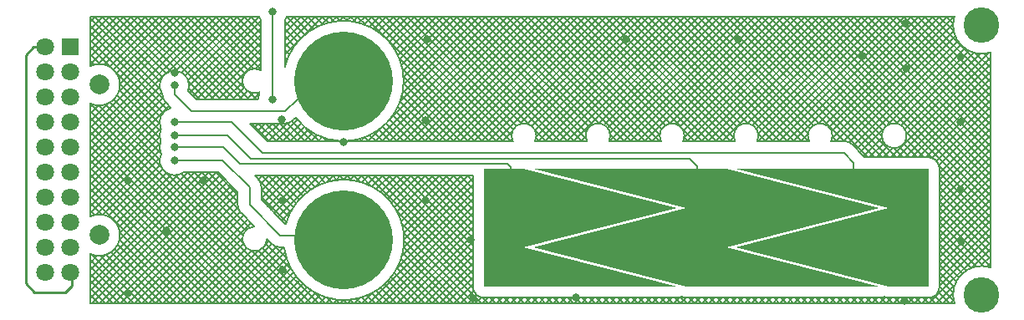
<source format=gtl>
G04 Layer_Physical_Order=1*
G04 Layer_Color=255*
%FSLAX43Y43*%
%MOMM*%
G71*
G01*
G75*
%ADD10C,0.203*%
%ADD11C,10.000*%
%ADD12O,0.950X1.000*%
%ADD13C,0.200*%
%ADD14C,0.254*%
%ADD15C,3.600*%
%ADD16C,2.000*%
%ADD17C,1.800*%
%ADD18R,1.800X1.800*%
%ADD19C,0.800*%
G36*
X92251Y3138D02*
X88391Y3138D01*
X88251Y3138D01*
X72710Y7138D01*
X88251Y11138D01*
X72710Y15138D01*
X92251D01*
Y3138D01*
D02*
G37*
G36*
X66793Y11138D02*
X51251Y7138D01*
X66793Y3138D01*
X47251D01*
X47251Y15138D01*
X51112Y15138D01*
X51251D01*
X66793Y11138D01*
D02*
G37*
G36*
X87293D02*
X71752Y7138D01*
X87293Y3138D01*
X71751D01*
Y3138D01*
X67752D01*
Y11138D01*
X67751Y3515D01*
Y3138D01*
X52209Y7138D01*
X67751Y11138D01*
X52209Y15138D01*
X71752D01*
Y13808D01*
X71752Y14761D01*
Y15138D01*
X87293Y11138D01*
D02*
G37*
D10*
X94891Y30548D02*
G03*
X98548Y26891I2759J-898D01*
G01*
X82407Y17902D02*
G03*
X82537Y18457I-1122J555D01*
G01*
D02*
G03*
X80163Y17902I-1252J0D01*
G01*
X84558Y17550D02*
G03*
X83708Y17902I-850J-850D01*
G01*
X84558Y17550D02*
G03*
X83708Y17902I-850J-850D01*
G01*
X90037Y18457D02*
G03*
X90037Y18457I-1252J0D01*
G01*
X85768Y16249D02*
G03*
X85539Y16568I-1078J-531D01*
G01*
X85768Y16249D02*
G03*
X85539Y16568I-1078J-531D01*
G01*
X74907Y17902D02*
G03*
X75037Y18457I-1122J555D01*
G01*
X67407Y17902D02*
G03*
X67537Y18457I-1122J555D01*
G01*
X75037D02*
G03*
X72663Y17902I-1252J0D01*
G01*
X67537Y18457D02*
G03*
X65163Y17902I-1252J0D01*
G01*
X60037Y18457D02*
G03*
X57663Y17902I-1252J0D01*
G01*
X59907D02*
G03*
X60037Y18457I-1122J555D01*
G01*
X52407Y17902D02*
G03*
X52537Y18457I-1122J555D01*
G01*
D02*
G03*
X50163Y17902I-1252J0D01*
G01*
X98548Y5109D02*
G03*
X94891Y1452I-898J-2759D01*
G01*
X27059Y30138D02*
G03*
X27276Y30548I-1202J901D01*
G01*
X39102Y24000D02*
G03*
X27059Y25390I-6102J0D01*
G01*
X33198Y17902D02*
G03*
X39102Y24000I-198J6098D01*
G01*
X28169Y20272D02*
G03*
X32802Y17902I4831J3728D01*
G01*
X27102Y19703D02*
G03*
X27951Y20055I0J1202D01*
G01*
X27102Y19703D02*
G03*
X27951Y20055I0J1202D01*
G01*
X24438Y30548D02*
G03*
X24656Y30138I1419J490D01*
G01*
X24502Y22853D02*
G03*
X24331Y22106I1330J-697D01*
G01*
X24656Y25066D02*
G03*
X24502Y22853I-656J-1066D01*
G01*
X17255Y22943D02*
G03*
X17381Y23544I-1376J601D01*
G01*
X10366Y23618D02*
G03*
X7350Y25511I-2102J0D01*
G01*
X17381Y23544D02*
G03*
X14677Y22643I-1502J0D01*
G01*
Y22619D02*
G03*
X15029Y21770I1202J0D01*
G01*
X14677Y22619D02*
G03*
X15029Y21770I1202J0D01*
G01*
X10366Y23618D02*
G03*
X7350Y25511I-2102J0D01*
G01*
Y21726D02*
G03*
X10366Y23618I914J1892D01*
G01*
X7350Y21726D02*
G03*
X10366Y23618I914J1892D01*
G01*
X14524Y19162D02*
G03*
X14507Y17905I1355J-648D01*
G01*
D02*
G03*
X14547Y16602I1372J-610D01*
G01*
X15529Y21270D02*
G03*
X14524Y19162I350J-1460D01*
G01*
X39152Y7900D02*
G03*
X27176Y9552I-6102J0D01*
G01*
X26995Y7148D02*
G03*
X39152Y7900I6055J752D01*
G01*
X24697Y13231D02*
G03*
X24345Y14081I-1202J0D01*
G01*
X24697Y13231D02*
G03*
X24345Y14081I-1202J0D01*
G01*
X14547Y16602D02*
G03*
X16801Y14750I1353J-651D01*
G01*
X25725Y7500D02*
G03*
X26575Y7148I850J850D01*
G01*
X25725Y7500D02*
G03*
X26575Y7148I850J850D01*
G01*
X22294Y11429D02*
G03*
X22646Y10580I1202J0D01*
G01*
X22294Y11429D02*
G03*
X22646Y10580I1202J0D01*
G01*
X23974Y9251D02*
G03*
X25251Y7974I26J-1251D01*
G01*
X10366Y8378D02*
G03*
X7350Y10271I-2102J0D01*
G01*
Y6486D02*
G03*
X10366Y8378I914J1892D01*
G01*
D02*
G03*
X7350Y10271I-2102J0D01*
G01*
Y6486D02*
G03*
X10366Y8378I914J1892D01*
G01*
X92599Y30548D02*
X98548Y24599D01*
X89725Y30548D02*
X98548Y21725D01*
X87570Y30548D02*
X98548Y19570D01*
X91881Y30548D02*
X98548Y23881D01*
X91162Y30548D02*
X98548Y23162D01*
X90444Y30548D02*
X98548Y22444D01*
X94036Y30548D02*
X94754Y29830D01*
X93317Y30548D02*
X94810Y29056D01*
X81100Y19695D02*
X91954Y30548D01*
X81745Y19621D02*
X92672Y30548D01*
X94754D02*
X94859Y30444D01*
X89007Y30548D02*
X98548Y21007D01*
X88288Y30548D02*
X98548Y20288D01*
X86852Y30548D02*
X98548Y18852D01*
X86133Y30548D02*
X98548Y18133D01*
X83260Y30548D02*
X98548Y15260D01*
X80386Y30548D02*
X98548Y12386D01*
X85415Y30548D02*
X98548Y17415D01*
X84696Y30548D02*
X98548Y16696D01*
X83978Y30548D02*
X98548Y15978D01*
X82457Y18896D02*
X94109Y30548D01*
X82517Y18238D02*
X94828Y30548D01*
X82177Y19335D02*
X93391Y30548D01*
X81823D02*
X98548Y13823D01*
X82541Y30548D02*
X98548Y14541D01*
X81104Y30548D02*
X98548Y13104D01*
X79667Y30548D02*
X98548Y11667D01*
X76794Y30548D02*
X87951Y19391D01*
X75715Y17902D02*
X88362Y30548D01*
X75022Y18646D02*
X86925Y30548D01*
X75357D02*
X87537Y18369D01*
X78231Y30548D02*
X89115Y19664D01*
X77512Y30548D02*
X88410Y19651D01*
X76433Y17902D02*
X89080Y30548D01*
X70328D02*
X81173Y19704D01*
X69610Y30548D02*
X80633Y19525D01*
X68891Y30548D02*
X80262Y19178D01*
X67812Y17902D02*
X80459Y30548D01*
X74454Y19515D02*
X85488Y30548D01*
X74820Y19161D02*
X86207Y30548D01*
X73922Y19701D02*
X84770Y30548D01*
X74997Y17902D02*
X87643Y30548D01*
X74638D02*
X88938Y16249D01*
X73202Y30548D02*
X87501Y16249D01*
X73920Y30548D02*
X88219Y16249D01*
X77870Y17902D02*
X90517Y30548D01*
X78589Y17902D02*
X91236Y30548D01*
X77152Y17902D02*
X89799Y30548D01*
X69968Y17902D02*
X82614Y30548D01*
X71046D02*
X83693Y17902D01*
X68531D02*
X81178Y30548D01*
X69249Y17902D02*
X81896Y30548D01*
X71765D02*
X86064Y16249D01*
X72483Y30548D02*
X86783Y16249D01*
X71405Y17902D02*
X84051Y30548D01*
X98444Y26859D02*
X98548Y26754D01*
X97830Y26754D02*
X98548Y26036D01*
X97056Y26810D02*
X98548Y25317D01*
X89868Y16249D02*
X98548Y24930D01*
X91305Y16249D02*
X98548Y23493D01*
X92023Y16249D02*
X98548Y22774D01*
X90586Y16249D02*
X98548Y24211D01*
X90032Y18568D02*
X98281Y26818D01*
X89979Y18082D02*
X91811Y16249D01*
X89506Y19480D02*
X96879Y26853D01*
X89854Y19109D02*
X97497Y26752D01*
X89719Y17623D02*
X91093Y16249D01*
X92251D02*
X92539Y16211D01*
X89305Y17319D02*
X90375Y16249D01*
X93328Y15399D02*
X98548Y20619D01*
X93363Y14715D02*
X98548Y19901D01*
X92655Y16163D02*
X98548Y22056D01*
X93079Y15869D02*
X98548Y21338D01*
X93363Y12560D02*
X98548Y17745D01*
X93363Y11841D02*
X98548Y17027D01*
X93363Y13278D02*
X98548Y18464D01*
X92807Y16100D02*
X93037Y15924D01*
X93363Y13997D02*
X98548Y19182D01*
X89992Y18787D02*
X92588Y16191D01*
X92539Y16211D02*
X92807Y16100D01*
X93214Y15694D02*
X93325Y15426D01*
X93363Y15138D01*
X93037Y15924D02*
X93214Y15694D01*
X83618Y17902D02*
X94803Y29087D01*
X84221Y17787D02*
X94971Y28536D01*
X76075Y30548D02*
X87647Y18977D01*
X82899Y17902D02*
X94750Y29753D01*
X88998Y19690D02*
X96359Y27051D01*
X88083Y19493D02*
X95914Y27325D01*
X84630Y17477D02*
X95219Y28066D01*
X82532Y18345D02*
X82975Y17902D01*
X70686D02*
X83333Y30548D01*
X82407Y17902D02*
X83708D01*
X88431Y16249D02*
X98548Y26367D01*
X89149Y16249D02*
X98548Y25648D01*
X84989Y17118D02*
X95535Y27664D01*
X87713Y16249D02*
X88674Y17210D01*
X88697Y17209D02*
X89656Y16249D01*
X85768D02*
X92251D01*
X85691Y16383D02*
X87552Y18244D01*
X86276Y16249D02*
X87762Y17736D01*
X85349Y16759D02*
X87749Y19159D01*
X84558Y17550D02*
X85539Y16568D01*
X86994Y16249D02*
X88133Y17388D01*
X65993Y19674D02*
X76867Y30548D01*
X66681Y19644D02*
X77586Y30548D01*
X63144D02*
X74003Y19690D01*
X62425Y30548D02*
X73345Y19629D01*
X67432Y18958D02*
X79022Y30548D01*
X67531Y18339D02*
X79741Y30548D01*
X67133Y19378D02*
X78304Y30548D01*
X59783Y19212D02*
X71120Y30548D01*
X60009Y18719D02*
X71838Y30548D01*
X58842Y19707D02*
X69683Y30548D01*
X59400Y19547D02*
X70401Y30548D01*
X61707D02*
X72907Y19349D01*
X60989Y30548D02*
X72621Y18916D01*
X60270Y30548D02*
X72547Y18271D01*
X63862Y30548D02*
X76509Y17902D01*
X64581Y30548D02*
X77228Y17902D01*
X62783D02*
X75430Y30548D01*
X63502Y17902D02*
X76149Y30548D01*
X66018D02*
X78664Y17902D01*
X66736Y30548D02*
X79383Y17902D01*
X65299Y30548D02*
X77946Y17902D01*
X59552Y30548D02*
X72199Y17902D01*
X59910D02*
X72557Y30548D01*
X58115D02*
X70762Y17902D01*
X58833Y30548D02*
X71480Y17902D01*
X61347D02*
X73993Y30548D01*
X62065Y17902D02*
X74712Y30548D01*
X60628Y17902D02*
X73275Y30548D01*
X55241D02*
X66095Y19694D01*
X54523Y30548D02*
X65580Y19491D01*
X53804Y30548D02*
X65227Y19126D01*
X53086Y30548D02*
X65041Y18593D01*
X55960Y30548D02*
X67108Y19400D01*
X54881Y17902D02*
X67528Y30548D01*
X54162Y17902D02*
X66809Y30548D01*
X45902D02*
X57598Y18853D01*
X45183Y30548D02*
X57568Y18163D01*
X42668Y17902D02*
X55314Y30548D01*
X43028D02*
X55675Y17902D01*
X52404Y19017D02*
X63936Y30548D01*
X52536Y18431D02*
X64654Y30548D01*
X52087Y19418D02*
X63217Y30548D01*
X53444Y17902D02*
X66091Y30548D01*
X55599Y17902D02*
X68246Y30548D01*
X52368D02*
X65014Y17902D01*
X52726D02*
X65372Y30548D01*
X56678D02*
X69325Y17902D01*
X57396Y30548D02*
X70043Y17902D01*
X56318D02*
X68964Y30548D01*
X43746D02*
X56393Y17902D01*
X44104D02*
X56751Y30548D01*
X42310D02*
X54956Y17902D01*
X43386D02*
X56033Y30548D01*
X50931D02*
X63577Y17902D01*
X51649Y30548D02*
X64296Y17902D01*
X44823D02*
X57470Y30548D01*
X75018Y18675D02*
X75791Y17902D01*
X79307D02*
X80047Y18642D01*
X68173Y30548D02*
X80052Y18670D01*
X67454Y30548D02*
X80101Y17902D01*
X80026D02*
X80121Y17997D01*
X74907Y17902D02*
X80163D01*
X51615Y19664D02*
X62499Y30548D01*
X50869Y19638D02*
X61780Y30548D01*
X67522Y18267D02*
X67888Y17902D01*
X72123D02*
X72541Y18320D01*
X67407Y17902D02*
X72663D01*
X67228Y19280D02*
X68606Y17902D01*
X60031Y18574D02*
X60704Y17902D01*
X64220D02*
X65068Y18749D01*
X64939Y17902D02*
X65098Y18061D01*
X74957Y18017D02*
X75072Y17902D01*
X59907D02*
X65163D01*
X52405Y19017D02*
X53520Y17902D01*
X52509Y18194D02*
X52801Y17902D01*
X57036D02*
X57535Y18400D01*
X52407Y17902D02*
X57663D01*
X48057Y30548D02*
X58902Y19703D01*
X47697Y17902D02*
X60343Y30548D01*
X47339D02*
X58283Y19604D01*
X46978Y17902D02*
X59625Y30548D01*
X48775D02*
X61422Y17902D01*
X50212Y30548D02*
X62859Y17902D01*
X48415D02*
X61062Y30548D01*
X40873D02*
X51845Y19576D01*
X46620Y30548D02*
X57864Y19305D01*
X40154Y30548D02*
X51022Y19681D01*
X39436Y30548D02*
X50530Y19455D01*
X49852Y17902D02*
X50078Y18127D01*
X49133Y17902D02*
X50104Y18873D01*
X41949Y17902D02*
X54596Y30548D01*
X44465D02*
X57112Y17902D01*
X41231D02*
X53878Y30548D01*
X41591D02*
X54238Y17902D01*
X46260D02*
X58907Y30548D01*
X49494D02*
X62141Y17902D01*
X45541D02*
X58188Y30548D01*
X40512Y17902D02*
X53159Y30548D01*
X43373Y14398D02*
X46140Y11631D01*
X39794Y17902D02*
X52441Y30548D01*
X45528Y14398D02*
X46140Y13786D01*
X44810Y14398D02*
X46140Y13068D01*
X44091Y14398D02*
X46140Y12349D01*
X93363Y6812D02*
X98548Y11998D01*
X93363Y11824D02*
X98548Y6638D01*
X93363Y13261D02*
X98548Y8075D01*
X93363Y12543D02*
X98548Y7357D01*
X93363Y11106D02*
X98548Y5920D01*
X93363Y5375D02*
X98548Y10561D01*
X93363Y6094D02*
X98548Y11280D01*
X93363Y9686D02*
X98548Y14872D01*
X93363Y14698D02*
X98548Y9512D01*
X93363Y11123D02*
X98548Y16309D01*
X93363Y10404D02*
X98548Y15590D01*
X93363Y13980D02*
X98548Y8794D01*
X93363Y8249D02*
X98548Y13435D01*
X93363Y8968D02*
X98548Y14153D01*
X93363Y10387D02*
X98548Y5202D01*
Y5109D02*
Y26891D01*
X93363Y4657D02*
X98548Y9843D01*
X93363Y3220D02*
X98548Y8406D01*
X97547Y5250D02*
X98548Y6251D01*
X98213Y5197D02*
X98548Y5532D01*
X96655Y5076D02*
X98548Y6969D01*
X93363Y8951D02*
X97112Y5201D01*
X93363Y3939D02*
X98548Y9124D01*
X93363Y9669D02*
X97783Y5249D01*
X93363Y3138D02*
Y15138D01*
X93749Y1452D02*
X94750Y2453D01*
X93363Y8232D02*
X96557Y5038D01*
X93363Y7531D02*
X98548Y12717D01*
X93363Y7514D02*
X96084Y4793D01*
X78949Y30548D02*
X98548Y10949D01*
X93304Y15475D02*
X98548Y10231D01*
X93363Y6077D02*
X95337Y4102D01*
X93363Y5359D02*
X95061Y3660D01*
X93363Y6795D02*
X95679Y4479D01*
X93363Y4640D02*
X94859Y3144D01*
X93363Y3922D02*
X94754Y2530D01*
X93325Y2850D02*
X93363Y3138D01*
X93214Y2582D02*
X93325Y2850D01*
X93037Y2352D02*
X93214Y2582D01*
X92807Y2176D02*
X93037Y2352D01*
X87592Y2068D02*
X87720Y2122D01*
X93363Y3203D02*
X94810Y1756D01*
X93229Y2619D02*
X94396Y1452D01*
X92312D02*
X98548Y7688D01*
X93031Y1452D02*
X94924Y3345D01*
X92539Y2065D02*
X92807Y2176D01*
X92890Y2239D02*
X93677Y1452D01*
X92251Y2027D02*
X92539Y2065D01*
X87728Y2125D02*
X87975Y2062D01*
X88113Y2045D01*
X87443Y2047D02*
X87581Y2065D01*
X87283Y1452D02*
X87910Y2078D01*
X88113Y2045D02*
X88251Y2027D01*
X88047Y2053D02*
X88649Y1452D01*
X87304Y2027D02*
X87443Y2047D01*
X91665Y2027D02*
X92241Y1452D01*
X92368Y2042D02*
X92959Y1452D01*
X88391Y2027D02*
X92251Y2027D01*
X90876Y1452D02*
X91451Y2027D01*
X90947D02*
X91522Y1452D01*
X94468D02*
X94803Y1787D01*
X90229Y2027D02*
X90804Y1452D01*
X89510Y2027D02*
X90085Y1452D01*
X90157D02*
X90732Y2027D01*
X88251D02*
X88391Y2027D01*
X82973Y1452D02*
X83548Y2027D01*
X88792Y2027D02*
X89367Y1452D01*
X89439D02*
X90014Y2027D01*
X88720Y1452D02*
X89296Y2027D01*
X87349Y2033D02*
X87930Y1452D01*
X91594D02*
X92169Y2027D01*
X85847Y1452D02*
X86422Y2027D01*
X86636D02*
X87212Y1452D01*
X86565D02*
X87140Y2027D01*
X88002Y1452D02*
X88577Y2027D01*
X85918Y2027D02*
X86493Y1452D01*
X83763Y2027D02*
X84338Y1452D01*
X84410D02*
X84985Y2027D01*
X83044D02*
X83620Y1452D01*
X83691D02*
X84267Y2027D01*
X85128Y1452D02*
X85703Y2027D01*
X85200D02*
X85775Y1452D01*
X84481Y2027D02*
X85056Y1452D01*
X76579Y2027D02*
X77154Y1452D01*
X77226D02*
X77801Y2027D01*
X75860D02*
X76435Y1452D01*
X76507D02*
X77082Y2027D01*
X77297D02*
X77872Y1452D01*
X77944D02*
X78519Y2027D01*
X71751D02*
X87293D01*
X74352Y1452D02*
X74927Y2027D01*
X74423D02*
X74999Y1452D01*
X73633D02*
X74209Y2027D01*
X73705D02*
X74280Y1452D01*
X75142Y2027D02*
X75717Y1452D01*
X75789D02*
X76364Y2027D01*
X75070Y1452D02*
X75646Y2027D01*
X80889D02*
X81464Y1452D01*
X81536D02*
X82111Y2027D01*
X80171D02*
X80746Y1452D01*
X80818D02*
X81393Y2027D01*
X82255Y1452D02*
X82830Y2027D01*
X82326D02*
X82901Y1452D01*
X81607Y2027D02*
X82183Y1452D01*
X78662D02*
X79238Y2027D01*
X78734D02*
X79309Y1452D01*
X78015Y2027D02*
X78591Y1452D01*
X79452Y2027D02*
X80027Y1452D01*
X80099D02*
X80675Y2027D01*
X79381Y1452D02*
X79956Y2027D01*
X68676Y2027D02*
X69251Y1452D01*
X69323D02*
X69898Y2027D01*
X67957D02*
X68533Y1452D01*
X68605D02*
X69180Y2027D01*
X69394D02*
X69970Y1452D01*
X70831Y2027D02*
X71406Y1452D01*
X67752Y2027D02*
X71751D01*
X67228Y2125D02*
X67475Y2062D01*
X67464Y2065D02*
X67752Y2027D01*
X67092Y2068D02*
X67220Y2122D01*
X66943Y2047D02*
X67081Y2065D01*
X67475Y2062D02*
X67613Y2045D01*
X67751Y2027D01*
X66804Y2027D02*
X66943Y2047D01*
X70760Y1452D02*
X71335Y2027D01*
X71550D02*
X72125Y1452D01*
X67166Y2099D02*
X67814Y1452D01*
X67168D02*
X67744Y2028D01*
X70041Y1452D02*
X70617Y2027D01*
X70113D02*
X70688Y1452D01*
X67886D02*
X68461Y2027D01*
X65012Y1452D02*
X65588Y2027D01*
X66449Y1452D02*
X67060Y2062D01*
X47104Y2046D02*
X47699Y1452D01*
X64365Y2027D02*
X64941Y1452D01*
X63647Y2027D02*
X64222Y1452D01*
X64294D02*
X64869Y2027D01*
X63576Y1452D02*
X64151Y2027D01*
X46178Y2850D02*
X46289Y2582D01*
X46466Y2352D01*
X39781Y14398D02*
X46140Y8039D01*
Y3138D02*
X46178Y2850D01*
X46696Y2176D02*
X46964Y2065D01*
X47251Y2027D01*
X46466Y2352D02*
X46696Y2176D01*
X42654Y14398D02*
X46140Y10912D01*
X41936Y14398D02*
X46140Y10194D01*
X39112Y8598D02*
X44912Y14398D01*
X39152Y7920D02*
X45630Y14398D01*
X41218D02*
X46140Y9476D01*
Y14398D02*
X46140Y3138D01*
X40499Y14398D02*
X46140Y8757D01*
X40586Y1452D02*
X46140Y7006D01*
X42023Y1452D02*
X46140Y5569D01*
X39111Y8602D02*
X46262Y1452D01*
X39868D02*
X46140Y7724D01*
X45615Y1452D02*
X46494Y2331D01*
X46333Y1452D02*
X46952Y2070D01*
X44897Y1452D02*
X46213Y2768D01*
X39151Y7844D02*
X45543Y1452D01*
X41305D02*
X46140Y6287D01*
X39108Y7169D02*
X44825Y1452D01*
X39149D02*
X46140Y8443D01*
X43460Y1452D02*
X46140Y4132D01*
X44178Y1452D02*
X46140Y3414D01*
X42741Y1452D02*
X46140Y4851D01*
X59983Y1452D02*
X60559Y2027D01*
X60055D02*
X60630Y1452D01*
X59265D02*
X59840Y2027D01*
X59336D02*
X59912Y1452D01*
X60773Y2027D02*
X61349Y1452D01*
X61420D02*
X61996Y2027D01*
X60702Y1452D02*
X61277Y2027D01*
X57181D02*
X57756Y1452D01*
X57828D02*
X58403Y2027D01*
X56463D02*
X57038Y1452D01*
X57110D02*
X57685Y2027D01*
X58547Y1452D02*
X59122Y2027D01*
X58618D02*
X59193Y1452D01*
X57900Y2027D02*
X58475Y1452D01*
X71478D02*
X72053Y2027D01*
X72197Y1452D02*
X72772Y2027D01*
X65802D02*
X66377Y1452D01*
X66521Y2027D02*
X67096Y1452D01*
X72915D02*
X73490Y2027D01*
X72986D02*
X73562Y1452D01*
X72268Y2027D02*
X72843Y1452D01*
X62210Y2027D02*
X62785Y1452D01*
X62857D02*
X63432Y2027D01*
X61492D02*
X62067Y1452D01*
X62139D02*
X62714Y2027D01*
X65084D02*
X65659Y1452D01*
X65731D02*
X66306Y2027D01*
X62929D02*
X63504Y1452D01*
X55026Y2027D02*
X55601Y1452D01*
X55673D02*
X56248Y2027D01*
X54307D02*
X54883Y1452D01*
X54955D02*
X55530Y2027D01*
X55744D02*
X56320Y1452D01*
X56391D02*
X56967Y2027D01*
X47251D02*
X66793D01*
X52799Y1452D02*
X53375Y2027D01*
X52871D02*
X53446Y1452D01*
X52081D02*
X52656Y2027D01*
X52152D02*
X52727Y1452D01*
X53589Y2027D02*
X54164Y1452D01*
X54236D02*
X54811Y2027D01*
X53518Y1452D02*
X54093Y2027D01*
X49997D02*
X50572Y1452D01*
X50644D02*
X51219Y2027D01*
X49279D02*
X49854Y1452D01*
X49926D02*
X50501Y2027D01*
X51362Y1452D02*
X51938Y2027D01*
X51434D02*
X52009Y1452D01*
X50715Y2027D02*
X51291Y1452D01*
X47770D02*
X48346Y2027D01*
X47842D02*
X48417Y1452D01*
X47052D02*
X47627Y2027D01*
X48560D02*
X49135Y1452D01*
X49207D02*
X49782Y2027D01*
X48489Y1452D02*
X49064Y2027D01*
X38708Y26155D02*
X43101Y30548D01*
X38884Y25613D02*
X43820Y30548D01*
X38241Y27125D02*
X41664Y30548D01*
X38492Y26658D02*
X42383Y30548D01*
X39090Y24382D02*
X45257Y30548D01*
X39092Y23666D02*
X45975Y30548D01*
X39015Y25025D02*
X44538Y30548D01*
X36513Y28989D02*
X38072Y30548D01*
X36919Y28677D02*
X38791Y30548D01*
X35605Y29518D02*
X36636Y30548D01*
X36075Y29270D02*
X37354Y30548D01*
X37641Y27961D02*
X40228Y30548D01*
X37956Y27559D02*
X40946Y30548D01*
X37295Y28334D02*
X39509Y30548D01*
X38718D02*
X50195Y19071D01*
X37999Y30548D02*
X50035Y18513D01*
X36920Y17902D02*
X49567Y30548D01*
X37281D02*
X49927Y17902D01*
X38357D02*
X51004Y30548D01*
X39076Y17902D02*
X51722Y30548D01*
X37639Y17902D02*
X50286Y30548D01*
X38992Y22847D02*
X46693Y30548D01*
X38708Y21845D02*
X47412Y30548D01*
X37741Y20159D02*
X48130Y30548D01*
X35125D02*
X47772Y17902D01*
X36202D02*
X48849Y30548D01*
X36562D02*
X49209Y17902D01*
X35844Y30548D02*
X48491Y17902D01*
X33958Y30026D02*
X34480Y30548D01*
X33689D02*
X34269Y29968D01*
X33307Y30094D02*
X33762Y30548D01*
X32970D02*
X33432Y30086D01*
X34551Y29901D02*
X35199Y30548D01*
X35098Y29729D02*
X35917Y30548D01*
X27276D02*
X94891D01*
X31533D02*
X32054Y30028D01*
X30815Y30548D02*
X31459Y29904D01*
X30096Y30548D02*
X30912Y29733D01*
X32252Y30548D02*
X32706Y30094D01*
X32582Y30087D02*
X33043Y30548D01*
X31748Y29972D02*
X32325Y30548D01*
X29378D02*
X30404Y29522D01*
X27059Y27437D02*
X30170Y30548D01*
X27059Y27437D02*
X30170Y30548D01*
X27059Y26719D02*
X30888Y30548D01*
X30716Y29658D02*
X31607Y30548D01*
X34407D02*
X35307Y29649D01*
X28660Y30548D02*
X29933Y29275D01*
X27941Y30548D02*
X29495Y28995D01*
X27059Y28874D02*
X28733Y30548D01*
X27059Y28156D02*
X29451Y30548D01*
X27059Y29593D02*
X28014Y30548D01*
X27262Y30509D02*
X29088Y28683D01*
X27059Y25390D02*
Y30138D01*
X35667Y18512D02*
X36277Y17902D01*
X36133Y18764D02*
X36996Y17902D01*
X35483D02*
X36841Y19259D01*
X34765Y17902D02*
X35155Y18292D01*
X35165Y18295D02*
X35559Y17902D01*
X33198D02*
X50163D01*
X34047D02*
X34153Y18008D01*
X34624Y18118D02*
X34841Y17902D01*
X30867Y18284D02*
X31249Y17902D01*
X31173D02*
X31387Y18116D01*
X31891Y17902D02*
X31975Y17985D01*
X34037Y17987D02*
X34122Y17902D01*
X31863Y18005D02*
X31967Y17902D01*
X39086Y24432D02*
X45617Y17902D01*
X39095Y23706D02*
X44899Y17902D01*
X38649Y26307D02*
X47054Y17902D01*
X38968Y25269D02*
X46335Y17902D01*
X38904Y22459D02*
X43462Y17902D01*
X39028Y23054D02*
X44180Y17902D01*
X38733Y21912D02*
X42743Y17902D01*
X38275Y20933D02*
X41306Y17902D01*
X38522Y21404D02*
X42025Y17902D01*
X37683Y20088D02*
X39870Y17902D01*
X37995Y20495D02*
X40588Y17902D01*
X36969Y19366D02*
X38433Y17902D01*
X37341Y19712D02*
X39151Y17902D01*
X36567Y19049D02*
X37714Y17902D01*
X27059Y28557D02*
X28049Y27567D01*
X27059Y29994D02*
X28712Y28341D01*
X27059Y29276D02*
X28366Y27969D01*
X27951Y20055D02*
X28169Y20272D01*
X27792Y19921D02*
X29812Y17902D01*
X27059Y26402D02*
X27295Y26165D01*
X27059Y26001D02*
X27342Y26284D01*
X27059Y27839D02*
X27764Y27133D01*
X27059Y27120D02*
X27512Y26667D01*
X27059Y25683D02*
X27118Y25624D01*
X23500Y19703D02*
X27102D01*
X29018Y17902D02*
X29875Y18759D01*
X29227Y19205D02*
X30530Y17902D01*
X27279Y19716D02*
X29093Y17902D01*
X28299D02*
X29441Y19044D01*
X29736Y17902D02*
X30342Y18508D01*
X30455Y17902D02*
X30845Y18292D01*
X25301Y17902D02*
X32802D01*
X26574Y19703D02*
X28375Y17902D01*
X26862D02*
X28666Y19705D01*
X25426Y17902D02*
X27234Y19710D01*
X26144Y17902D02*
X28323Y20081D01*
X25855Y19703D02*
X27656Y17902D01*
X27581D02*
X29039Y19359D01*
X25137Y19703D02*
X26938Y17902D01*
X23631Y30548D02*
X24656Y29523D01*
X22912Y30548D02*
X24656Y28805D01*
X20039Y30548D02*
X24656Y25931D01*
X22194Y30548D02*
X24656Y28087D01*
X21475Y30548D02*
X24656Y27368D01*
X20757Y30548D02*
X24656Y26650D01*
X18602Y30548D02*
X23902Y25248D01*
X17883Y30548D02*
X23358Y25074D01*
X16037Y25037D02*
X21549Y30548D01*
X16587Y24868D02*
X22267Y30548D01*
X24349D02*
X24499Y30399D01*
X24656Y25066D02*
Y30138D01*
X19320Y30548D02*
X24656Y25213D01*
X17165Y30548D02*
X22983Y24730D01*
X17269Y24113D02*
X23704Y30548D01*
X16991Y24553D02*
X22986Y30548D01*
X15010D02*
X23452Y22106D01*
X17395Y22803D02*
X24656Y30063D01*
X17754Y22443D02*
X24656Y29345D01*
X17380Y23506D02*
X24422Y30548D01*
X15123Y24841D02*
X20830Y30548D01*
X13573D02*
X22015Y22106D01*
X12136Y30548D02*
X20579Y22106D01*
X12854Y30548D02*
X21297Y22106D01*
X16446Y30548D02*
X22769Y24226D01*
X15728Y30548D02*
X22937Y23340D01*
X14291Y30548D02*
X22734Y22106D01*
X8759Y25661D02*
X13646Y30548D01*
X9276Y25460D02*
X14364Y30548D01*
X8092Y25713D02*
X12928Y30548D01*
X7350Y25689D02*
X12209Y30548D01*
X9693Y25159D02*
X15083Y30548D01*
X9981D02*
X15526Y25003D01*
X7350Y30548D02*
X24438D01*
X7350Y29281D02*
X8617Y30548D01*
X7350Y28563D02*
X9335Y30548D01*
X7350Y30000D02*
X7899Y30548D01*
X7350Y25511D02*
Y30548D01*
Y27126D02*
X10772Y30548D01*
X7350Y26408D02*
X11491Y30548D01*
X7350Y27844D02*
X10054Y30548D01*
X10257Y24286D02*
X16520Y30548D01*
X10365Y23675D02*
X17238Y30548D01*
X10193Y22785D02*
X17957Y30548D01*
X7350Y19223D02*
X18675Y30548D01*
X11418D02*
X19860Y22106D01*
X7350Y18505D02*
X19393Y30548D01*
X7350Y17787D02*
X20112Y30548D01*
X10699D02*
X16248Y24999D01*
X10022Y24769D02*
X15801Y30548D01*
X9262D02*
X15029Y24782D01*
X7825Y30548D02*
X14431Y23943D01*
X8544Y30548D02*
X14665Y24427D01*
X7350Y30305D02*
X14407Y23249D01*
X7350Y29587D02*
X14763Y22174D01*
X24146Y25243D02*
X24656Y25753D01*
X23340Y22937D02*
X24171Y22106D01*
X24226Y22769D02*
X24397Y22598D01*
X23882Y22106D02*
X24407Y22630D01*
X18092Y22106D02*
X24331D01*
X21727D02*
X22946Y23325D01*
X21727Y22106D02*
X22946Y23325D01*
X17338Y23191D02*
X18423Y22106D01*
X22446D02*
X23301Y22962D01*
X23164Y22106D02*
X23820Y22761D01*
X17255Y22943D02*
X18092Y22106D01*
X24286Y18917D02*
X25071Y19703D01*
X23700D02*
X25501Y17902D01*
X19572Y22106D02*
X24656Y27190D01*
X23500Y19703D02*
X25301Y17902D01*
X24645Y18558D02*
X25790Y19703D01*
X25004Y18199D02*
X26508Y19703D01*
X24419D02*
X26220Y17902D01*
X18853Y22106D02*
X24656Y27908D01*
X20290Y22106D02*
X24656Y26471D01*
X17335Y23913D02*
X19142Y22106D01*
X18135D02*
X24656Y28626D01*
X23567Y19636D02*
X23634Y19703D01*
X23927Y19276D02*
X24353Y19703D01*
X21009Y22106D02*
X22757Y23854D01*
X7350Y28869D02*
X15116Y21103D01*
X7350Y28150D02*
X14727Y20773D01*
X15029Y21770D02*
X15529Y21270D01*
X7350Y25995D02*
X7702Y25643D01*
X7350Y26713D02*
X8345Y25718D01*
X7350Y27432D02*
X9387Y25395D01*
X7350Y21379D02*
X7597Y21626D01*
X10041Y24741D02*
X14465Y20316D01*
X10289Y23056D02*
X14431Y18914D01*
X7350Y17068D02*
X14582Y24300D01*
X9363Y21827D02*
X14509Y16681D01*
X10364Y23699D02*
X14383Y19680D01*
X10075Y22552D02*
X14407Y18220D01*
X7350Y16350D02*
X14386Y23385D01*
X7350Y19942D02*
X9097Y21689D01*
X9763Y22145D02*
X14393Y17515D01*
X7350Y20660D02*
X8207Y21518D01*
X36778Y12730D02*
X38446Y14398D01*
X37168Y12402D02*
X39164Y14398D01*
X35904Y13293D02*
X37009Y14398D01*
X36357Y13028D02*
X37728Y14398D01*
X37859Y11656D02*
X40601Y14398D01*
X38158Y11237D02*
X41320Y14398D01*
X37528Y12044D02*
X39883Y14398D01*
X34323Y13867D02*
X34854Y14398D01*
X34033D02*
X34641Y13790D01*
X33704Y13966D02*
X34136Y14398D01*
X33315D02*
X33752Y13961D01*
X34891Y13717D02*
X35572Y14398D01*
X35416Y13524D02*
X36291Y14398D01*
X34752D02*
X35807Y13343D01*
X39062Y14398D02*
X46140Y7320D01*
X38344Y14398D02*
X46140Y6602D01*
X37625Y14398D02*
X46140Y5883D01*
X36907Y14398D02*
X46140Y5165D01*
X39106Y7156D02*
X46140Y14190D01*
X36189Y14398D02*
X46140Y4447D01*
X35470Y14398D02*
X46140Y3728D01*
X38855Y9779D02*
X43475Y14398D01*
X39009Y9214D02*
X44193Y14398D01*
X38426Y10786D02*
X42038Y14398D01*
X38659Y10301D02*
X42757Y14398D01*
X38926Y6258D02*
X46140Y13472D01*
X38454Y5067D02*
X46140Y12753D01*
X35557Y1452D02*
X46140Y12035D01*
X31878Y14398D02*
X32319Y13958D01*
X32249Y13949D02*
X32699Y14398D01*
X31160D02*
X31706Y13852D01*
X31338Y13757D02*
X31980Y14398D01*
X33020Y14002D02*
X33417Y14398D01*
X32596D02*
X32994Y14001D01*
X24028Y14398D02*
X46140D01*
X29004D02*
X30140Y13263D01*
X28286Y14398D02*
X29691Y12994D01*
X27568Y14398D02*
X29273Y12692D01*
X26849Y14398D02*
X28887Y12361D01*
X30441Y14398D02*
X31144Y13696D01*
X30110Y13247D02*
X31262Y14398D01*
X29723D02*
X30623Y13498D01*
X26131Y14398D02*
X28530Y11999D01*
X25666Y10958D02*
X29107Y14398D01*
X25307Y11317D02*
X28388Y14398D01*
X15013Y14740D02*
X28301Y1452D01*
X26385Y10240D02*
X30543Y14398D01*
X26025Y10599D02*
X29825Y14398D01*
X24948Y11677D02*
X27670Y14398D01*
X25412D02*
X28204Y11607D01*
X24694Y14398D02*
X27908Y11184D01*
X7350Y21684D02*
X27583Y1452D01*
X24697Y12958D02*
X27415Y10240D01*
X24697Y12240D02*
X27224Y9713D01*
X24529Y13845D02*
X27644Y10730D01*
X38493Y10657D02*
X46160Y2990D01*
X38940Y9491D02*
X46980Y1452D01*
X36994D02*
X46140Y10598D01*
X37712Y1452D02*
X46140Y9880D01*
X38846Y5994D02*
X43388Y1452D01*
X39002Y6556D02*
X44106Y1452D01*
X38431D02*
X46140Y9161D01*
X38413Y4990D02*
X41951Y1452D01*
X38648Y5473D02*
X42670Y1452D01*
X37842Y4123D02*
X40514Y1452D01*
X38144Y4541D02*
X41233Y1452D01*
X37149Y3380D02*
X39077Y1452D01*
X37511Y3737D02*
X39796Y1452D01*
X36757Y3054D02*
X38359Y1452D01*
X36276D02*
X46140Y11316D01*
X36334Y2758D02*
X37641Y1452D01*
X34839D02*
X35883Y2496D01*
X35880Y2494D02*
X36922Y1452D01*
X34863Y2074D02*
X35485Y1452D01*
X35390Y2265D02*
X36204Y1452D01*
X34292Y1926D02*
X34767Y1452D01*
X33402D02*
X33794Y1844D01*
X34120Y1452D02*
X34692Y2024D01*
X31965Y1452D02*
X32352Y1838D01*
X32206Y1857D02*
X32612Y1452D01*
X32983Y1799D02*
X33330Y1452D01*
X33670Y1830D02*
X34049Y1452D01*
X32683D02*
X33030Y1798D01*
X29091Y1452D02*
X30164Y2524D01*
X29810Y1452D02*
X30649Y2291D01*
X28373Y1452D02*
X29713Y2792D01*
X31247Y1452D02*
X31736Y1941D01*
X31286Y2059D02*
X31893Y1452D01*
X30528D02*
X31171Y2095D01*
X27073Y9552D02*
X27176D01*
X27133D02*
X27193Y9612D01*
X26744Y9880D02*
X27703Y10840D01*
X24697Y11927D02*
X27073Y9552D01*
X26098Y7247D02*
X27209Y6136D01*
X27654Y1452D02*
X29294Y3091D01*
X25141Y7485D02*
X27751Y4876D01*
X24838Y7070D02*
X30456Y1452D01*
X26218D02*
X28548Y3782D01*
X23682Y6790D02*
X29020Y1452D01*
X24382Y6808D02*
X29738Y1452D01*
X26936D02*
X28906Y3422D01*
X30026Y2601D02*
X31175Y1452D01*
X7350D02*
X94891D01*
X22626D02*
X27233Y6059D01*
X23344Y1452D02*
X27426Y5534D01*
X21907Y1452D02*
X27083Y6627D01*
X24781Y1452D02*
X27922Y4593D01*
X25499Y1452D02*
X28220Y4172D01*
X24062Y1452D02*
X27657Y5046D01*
X24697Y12863D02*
X26233Y14398D01*
X24697Y12144D02*
X26951Y14398D01*
X24409Y14012D02*
X24796Y14398D01*
X24657Y13541D02*
X25514Y14398D01*
X24028D02*
X24345Y14081D01*
X16801Y14750D02*
X20278D01*
X19314D02*
X22294Y11769D01*
X8866Y21605D02*
X14403Y16068D01*
X20278Y14750D02*
X22294Y12734D01*
X20032Y14750D02*
X22294Y12488D01*
X18595Y14750D02*
X22393Y10952D01*
X17877Y14750D02*
X23486Y9141D01*
X17158Y14750D02*
X23070Y8838D01*
X16578Y14611D02*
X22808Y8382D01*
X10280Y7785D02*
X17245Y14750D01*
X16017Y14454D02*
X22790Y7682D01*
X9694Y1452D02*
X21635Y13393D01*
X8976Y1452D02*
X21276Y13752D01*
X9612Y9991D02*
X14687Y15066D01*
X9612Y9991D02*
X14687Y15066D01*
X8632Y10448D02*
X14427Y16243D01*
X9175Y10272D02*
X14453Y15550D01*
X10216Y9158D02*
X15549Y14491D01*
X10356Y8579D02*
X16273Y14497D01*
X9960Y9620D02*
X15052Y14712D01*
X8236Y21517D02*
X14689Y15063D01*
X7350Y14913D02*
X14724Y22287D01*
X7350Y14194D02*
X14979Y21823D01*
X7350Y13476D02*
X15337Y21463D01*
X7350Y4137D02*
X17963Y14750D01*
X7350Y3418D02*
X18681Y14750D01*
X7350Y2700D02*
X19400Y14750D01*
X7350Y12758D02*
X14378Y19785D01*
X7350Y12039D02*
X14508Y19197D01*
X7350Y15631D02*
X14555Y22836D01*
X7350Y10271D02*
Y21726D01*
Y10602D02*
X14427Y17680D01*
X7917Y10451D02*
X14417Y16951D01*
X7350Y11321D02*
X14386Y18357D01*
X7350Y19529D02*
X25427Y1452D01*
X7350Y18811D02*
X24709Y1452D01*
X7350Y20966D02*
X26864Y1452D01*
X7350Y20247D02*
X26146Y1452D01*
X7350Y17374D02*
X23272Y1452D01*
X7350Y16655D02*
X22554Y1452D01*
X7350Y18092D02*
X23991Y1452D01*
X7350Y1981D02*
X20118Y14750D01*
X7350Y14500D02*
X20399Y1452D01*
X7350Y15937D02*
X21835Y1452D01*
X7350Y15219D02*
X21117Y1452D01*
X7539D02*
X20557Y14470D01*
X8257Y1452D02*
X20917Y14111D01*
X7350Y13782D02*
X19680Y1452D01*
X25251Y7974D02*
X25725Y7500D01*
X20470Y1452D02*
X26221Y7202D01*
X26575Y7148D02*
X26995D01*
X26915D02*
X27007Y7056D01*
X21189Y1452D02*
X26886Y7148D01*
X24697Y11927D02*
Y13231D01*
X22294Y11429D02*
Y12734D01*
X25188Y7606D02*
X25404Y7822D01*
X22646Y10580D02*
X23974Y9251D01*
X15441Y1452D02*
X23608Y9618D01*
X19752Y1452D02*
X25764Y7464D01*
X14005Y1452D02*
X22889Y10336D01*
X14723Y1452D02*
X23249Y9977D01*
X18315Y1452D02*
X23659Y6796D01*
X19033Y1452D02*
X24394Y6812D01*
X17597Y1452D02*
X23190Y7045D01*
X11849Y1452D02*
X22294Y11896D01*
X12568Y1452D02*
X22316Y11200D01*
X10412Y1452D02*
X21994Y13033D01*
X11131Y1452D02*
X22294Y12615D01*
X16160Y1452D02*
X22749Y8041D01*
X16878Y1452D02*
X22876Y7449D01*
X13286Y1452D02*
X22538Y10704D01*
X10129Y7410D02*
X16088Y1452D01*
X10351Y8625D02*
X17525Y1452D01*
X8386Y6280D02*
X13214Y1452D01*
X9837Y6984D02*
X15370Y1452D01*
X7543Y6404D02*
X12496Y1452D01*
X7350Y11626D02*
X8511Y10465D01*
X7350Y10908D02*
X7824Y10434D01*
X7350Y5573D02*
X8063Y6286D01*
X7350Y4855D02*
X8857Y6362D01*
X7350Y6292D02*
X7485Y6427D01*
X9456Y6647D02*
X14651Y1452D01*
X10319Y7939D02*
X16806Y1452D01*
X7350Y12345D02*
X18243Y1452D01*
X7350Y13063D02*
X18962Y1452D01*
X7350Y5879D02*
X11777Y1452D01*
X8981Y6403D02*
X13933Y1452D01*
X7350Y5161D02*
X11059Y1452D01*
X7350Y4442D02*
X10341Y1452D01*
X7350Y3724D02*
X9622Y1452D01*
X7350D02*
Y6486D01*
Y2287D02*
X8185Y1452D01*
X7350Y1569D02*
X7467Y1452D01*
X7350Y3005D02*
X8904Y1452D01*
D11*
X33000Y24000D02*
D03*
X33050Y7900D02*
D03*
D12*
X89674Y10490D02*
D03*
X70370D02*
D03*
X53225D02*
D03*
D13*
X20776Y15951D02*
X23496Y13231D01*
X15900Y15951D02*
X20776D01*
X25832Y22156D02*
X25857Y22182D01*
Y31039D01*
X28348Y22150D02*
X30797D01*
X27102Y20904D02*
X28348Y22150D01*
X17594Y20904D02*
X27102D01*
X15879Y22619D02*
X17594Y20904D01*
X30797Y22150D02*
X32850Y24203D01*
X15879Y22619D02*
Y23544D01*
X15845Y18515D02*
X21260D01*
X15879Y19810D02*
X21694D01*
X23496Y11429D02*
Y13231D01*
X15622Y17295D02*
X20854D01*
X21260Y18515D02*
X23625Y16150D01*
X23496Y11429D02*
X26575Y8350D01*
X20854Y17295D02*
X22549Y15600D01*
X21694Y19810D02*
X24804Y16700D01*
X83708D01*
X26575Y8350D02*
X32750D01*
X33000Y8100D01*
X84690Y14530D02*
Y15718D01*
X83708Y16700D02*
X84690Y15718D01*
X23625Y16150D02*
X68050D01*
X68850Y15350D01*
Y14350D02*
Y15350D01*
X22549Y15600D02*
X49600D01*
X49942Y15258D01*
Y14400D02*
Y15258D01*
D14*
X5483Y3282D02*
Y4419D01*
X4800Y2598D02*
X5483Y3282D01*
X1716Y2598D02*
X4800D01*
X813Y3502D02*
X1716Y2598D01*
X813Y26611D02*
X1630Y27428D01*
X813Y3502D02*
Y26611D01*
X5334Y4568D02*
X5483Y4419D01*
X1630Y27428D02*
X2794D01*
D15*
X97650Y29650D02*
D03*
X97650Y2350D02*
D03*
D16*
X8264Y8378D02*
D03*
Y23618D02*
D03*
D17*
X2794Y27428D02*
D03*
X5334Y22348D02*
D03*
X2794D02*
D03*
Y24888D02*
D03*
X5334D02*
D03*
X2794Y4568D02*
D03*
Y7108D02*
D03*
X5334D02*
D03*
X2794Y14728D02*
D03*
X5334Y12188D02*
D03*
X2794D02*
D03*
Y9648D02*
D03*
X5334Y14728D02*
D03*
Y9648D02*
D03*
Y17268D02*
D03*
X2794Y19808D02*
D03*
X5334D02*
D03*
X2794Y17268D02*
D03*
X5334Y4568D02*
D03*
D18*
Y27428D02*
D03*
D19*
X15900Y15951D02*
D03*
X25832Y22156D02*
D03*
X25857Y31039D02*
D03*
X95500Y12998D02*
D03*
X89814Y1723D02*
D03*
X41500Y28198D02*
D03*
X26800Y4848D02*
D03*
Y11848D02*
D03*
X26750Y20098D02*
D03*
X11200Y13898D02*
D03*
X18750D02*
D03*
X11200Y2448D02*
D03*
X95600Y7748D02*
D03*
X95500Y26448D02*
D03*
Y19848D02*
D03*
X46100Y1950D02*
D03*
X45900Y7900D02*
D03*
X56563Y2062D02*
D03*
X89950Y29848D02*
D03*
X15100Y8848D02*
D03*
X61650Y28248D02*
D03*
X41350Y11898D02*
D03*
Y20048D02*
D03*
X15879Y24848D02*
D03*
Y18515D02*
D03*
Y19810D02*
D03*
Y17295D02*
D03*
Y23544D02*
D03*
X85600Y26500D02*
D03*
X89995Y25250D02*
D03*
X72950Y28200D02*
D03*
X33000Y17850D02*
D03*
M02*

</source>
